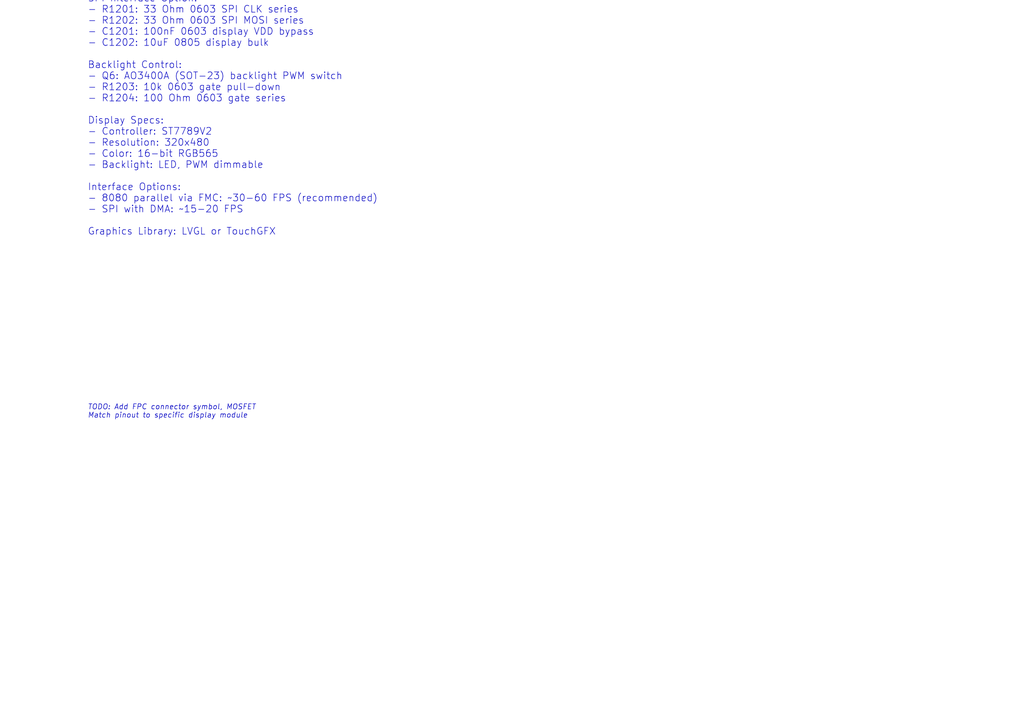
<source format=kicad_sch>
(kicad_sch
	(version 20231120)
	(generator "eeschema")
	(generator_version "8.0")
	(uuid "sec12-0001-0002-0003-000000000001")
	(paper "A4")
	(title_block
		(title "Section 12: Display Interface")
		(date "2026-01-28")
		(rev "0.1")
		(company "IMSAFE Project")
		(comment 1 "ST7789 3.5\" TFT Display")
		(comment 2 "SPI or 8080 parallel interface")
	)

	(lib_symbols)

	(text "Display Interface Section\n\nMain Component:\n- J2: FPC connector (for display module)\n\nSPI Interface Option:\n- R1201: 33 Ohm 0603 SPI CLK series\n- R1202: 33 Ohm 0603 SPI MOSI series\n- C1201: 100nF 0603 display VDD bypass\n- C1202: 10uF 0805 display bulk\n\nBacklight Control:\n- Q6: AO3400A (SOT-23) backlight PWM switch\n- R1203: 10k 0603 gate pull-down\n- R1204: 100 Ohm 0603 gate series\n\nDisplay Specs:\n- Controller: ST7789V2\n- Resolution: 320x480\n- Color: 16-bit RGB565\n- Backlight: LED, PWM dimmable\n\nInterface Options:\n- 8080 parallel via FMC: ~30-60 FPS (recommended)\n- SPI with DMA: ~15-20 FPS\n\nGraphics Library: LVGL or TouchGFX"
		(exclude_from_sim no)
		(at 25.4 25.4 0)
		(effects
			(font
				(size 2 2)
			)
			(justify left)
		)
		(uuid "sec12-text-001")
	)

	(text "TODO: Add FPC connector symbol, MOSFET\nMatch pinout to specific display module"
		(exclude_from_sim no)
		(at 25.4 119.38 0)
		(effects
			(font
				(size 1.5 1.5)
				(italic yes)
			)
			(justify left)
		)
		(uuid "sec12-todo-001")
	)
)

</source>
